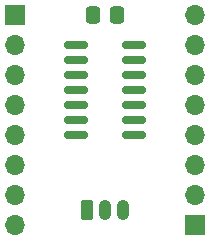
<source format=gbr>
%TF.GenerationSoftware,KiCad,Pcbnew,7.0.6*%
%TF.CreationDate,2023-08-24T15:38:01-04:00*%
%TF.ProjectId,t04mini,7430346d-696e-4692-9e6b-696361645f70,rev?*%
%TF.SameCoordinates,Original*%
%TF.FileFunction,Soldermask,Top*%
%TF.FilePolarity,Negative*%
%FSLAX46Y46*%
G04 Gerber Fmt 4.6, Leading zero omitted, Abs format (unit mm)*
G04 Created by KiCad (PCBNEW 7.0.6) date 2023-08-24 15:38:01*
%MOMM*%
%LPD*%
G01*
G04 APERTURE LIST*
G04 Aperture macros list*
%AMRoundRect*
0 Rectangle with rounded corners*
0 $1 Rounding radius*
0 $2 $3 $4 $5 $6 $7 $8 $9 X,Y pos of 4 corners*
0 Add a 4 corners polygon primitive as box body*
4,1,4,$2,$3,$4,$5,$6,$7,$8,$9,$2,$3,0*
0 Add four circle primitives for the rounded corners*
1,1,$1+$1,$2,$3*
1,1,$1+$1,$4,$5*
1,1,$1+$1,$6,$7*
1,1,$1+$1,$8,$9*
0 Add four rect primitives between the rounded corners*
20,1,$1+$1,$2,$3,$4,$5,0*
20,1,$1+$1,$4,$5,$6,$7,0*
20,1,$1+$1,$6,$7,$8,$9,0*
20,1,$1+$1,$8,$9,$2,$3,0*%
G04 Aperture macros list end*
%ADD10RoundRect,0.150000X-0.825000X-0.150000X0.825000X-0.150000X0.825000X0.150000X-0.825000X0.150000X0*%
%ADD11RoundRect,0.250000X-0.265000X-0.615000X0.265000X-0.615000X0.265000X0.615000X-0.265000X0.615000X0*%
%ADD12O,1.030000X1.730000*%
%ADD13R,1.700000X1.700000*%
%ADD14O,1.700000X1.700000*%
%ADD15RoundRect,0.250000X-0.337500X-0.475000X0.337500X-0.475000X0.337500X0.475000X-0.337500X0.475000X0*%
G04 APERTURE END LIST*
D10*
%TO.C,U1*%
X133415000Y-105410000D03*
X133415000Y-106680000D03*
X133415000Y-107950000D03*
X133415000Y-109220000D03*
X133415000Y-110490000D03*
X133415000Y-111760000D03*
X133415000Y-113030000D03*
X138365000Y-113030000D03*
X138365000Y-111760000D03*
X138365000Y-110490000D03*
X138365000Y-109220000D03*
X138365000Y-107950000D03*
X138365000Y-106680000D03*
X138365000Y-105410000D03*
%TD*%
D11*
%TO.C,J3*%
X134390000Y-119380000D03*
D12*
X135890000Y-119380000D03*
X137390000Y-119380000D03*
%TD*%
D13*
%TO.C,J2*%
X143510000Y-120650000D03*
D14*
X143510000Y-118110000D03*
X143510000Y-115570000D03*
X143510000Y-113030000D03*
X143510000Y-110490000D03*
X143510000Y-107950000D03*
X143510000Y-105410000D03*
X143510000Y-102870000D03*
%TD*%
D13*
%TO.C,J1*%
X128270000Y-102870000D03*
D14*
X128270000Y-105410000D03*
X128270000Y-107950000D03*
X128270000Y-110490000D03*
X128270000Y-113030000D03*
X128270000Y-115570000D03*
X128270000Y-118110000D03*
X128270000Y-120650000D03*
%TD*%
D15*
%TO.C,C3*%
X134852500Y-102870000D03*
X136927500Y-102870000D03*
%TD*%
M02*

</source>
